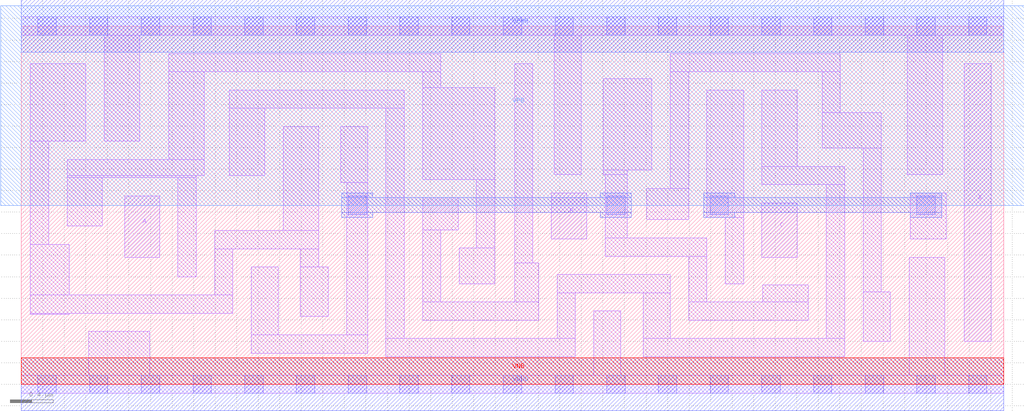
<source format=lef>
# Copyright 2020 The SkyWater PDK Authors
#
# Licensed under the Apache License, Version 2.0 (the "License");
# you may not use this file except in compliance with the License.
# You may obtain a copy of the License at
#
#     https://www.apache.org/licenses/LICENSE-2.0
#
# Unless required by applicable law or agreed to in writing, software
# distributed under the License is distributed on an "AS IS" BASIS,
# WITHOUT WARRANTIES OR CONDITIONS OF ANY KIND, either express or implied.
# See the License for the specific language governing permissions and
# limitations under the License.
#
# SPDX-License-Identifier: Apache-2.0

VERSION 5.7 ;
  NOWIREEXTENSIONATPIN ON ;
  DIVIDERCHAR "/" ;
  BUSBITCHARS "[]" ;
MACRO sky130_fd_sc_ms__xor3_1
  CLASS CORE ;
  FOREIGN sky130_fd_sc_ms__xor3_1 ;
  ORIGIN  0.000000  0.000000 ;
  SIZE  9.120000 BY  3.330000 ;
  SYMMETRY X Y ;
  SITE unit ;
  PIN A
    ANTENNAGATEAREA  0.276000 ;
    DIRECTION INPUT ;
    USE SIGNAL ;
    PORT
      LAYER li1 ;
        RECT 0.960000 1.180000 1.285000 1.750000 ;
    END
  END A
  PIN B
    ANTENNAGATEAREA  0.771000 ;
    DIRECTION INPUT ;
    USE SIGNAL ;
    PORT
      LAYER li1 ;
        RECT 4.920000 1.350000 5.250000 1.780000 ;
    END
  END B
  PIN C
    ANTENNAGATEAREA  0.425400 ;
    DIRECTION INPUT ;
    USE SIGNAL ;
    PORT
      LAYER li1 ;
        RECT 6.875000 1.180000 7.205000 1.685000 ;
    END
  END C
  PIN X
    ANTENNADIFFAREA  0.524500 ;
    DIRECTION OUTPUT ;
    USE SIGNAL ;
    PORT
      LAYER li1 ;
        RECT 8.755000 0.400000 9.005000 2.980000 ;
    END
  END X
  PIN VGND
    DIRECTION INOUT ;
    USE GROUND ;
    PORT
      LAYER met1 ;
        RECT 0.000000 -0.245000 9.120000 0.245000 ;
    END
  END VGND
  PIN VNB
    DIRECTION INOUT ;
    USE GROUND ;
    PORT
      LAYER pwell ;
        RECT 0.000000 0.000000 9.120000 0.245000 ;
    END
  END VNB
  PIN VPB
    DIRECTION INOUT ;
    USE POWER ;
    PORT
      LAYER nwell ;
        RECT -0.190000 1.660000 9.310000 3.520000 ;
    END
  END VPB
  PIN VPWR
    DIRECTION INOUT ;
    USE POWER ;
    PORT
      LAYER met1 ;
        RECT 0.000000 3.085000 9.120000 3.575000 ;
    END
  END VPWR
  OBS
    LAYER li1 ;
      RECT 0.000000 -0.085000 9.120000 0.085000 ;
      RECT 0.000000  3.245000 9.120000 3.415000 ;
      RECT 0.085000  0.650000 0.445000 0.660000 ;
      RECT 0.085000  0.660000 1.965000 0.830000 ;
      RECT 0.085000  0.830000 0.445000 1.300000 ;
      RECT 0.085000  1.300000 0.255000 2.260000 ;
      RECT 0.085000  2.260000 0.600000 2.980000 ;
      RECT 0.425000  1.470000 0.750000 1.920000 ;
      RECT 0.425000  1.920000 1.625000 1.940000 ;
      RECT 0.425000  1.940000 1.700000 2.090000 ;
      RECT 0.625000  0.085000 1.195000 0.490000 ;
      RECT 0.770000  2.260000 1.100000 3.245000 ;
      RECT 1.370000  2.090000 1.700000 2.905000 ;
      RECT 1.370000  2.905000 3.895000 3.075000 ;
      RECT 1.455000  1.000000 1.625000 1.920000 ;
      RECT 1.795000  0.830000 1.965000 1.260000 ;
      RECT 1.795000  1.260000 2.760000 1.430000 ;
      RECT 1.930000  1.940000 2.260000 2.565000 ;
      RECT 1.930000  2.565000 3.555000 2.735000 ;
      RECT 2.135000  0.290000 3.215000 0.460000 ;
      RECT 2.135000  0.460000 2.385000 1.090000 ;
      RECT 2.430000  1.430000 2.760000 2.395000 ;
      RECT 2.590000  0.630000 2.850000 1.090000 ;
      RECT 2.590000  1.090000 2.760000 1.260000 ;
      RECT 2.965000  1.875000 3.215000 2.395000 ;
      RECT 3.020000  0.460000 3.215000 1.875000 ;
      RECT 3.385000  0.255000 5.145000 0.425000 ;
      RECT 3.385000  0.425000 3.555000 2.565000 ;
      RECT 3.725000  0.595000 4.805000 0.765000 ;
      RECT 3.725000  0.765000 3.895000 1.435000 ;
      RECT 3.725000  1.435000 4.055000 1.735000 ;
      RECT 3.725000  1.905000 4.395000 2.755000 ;
      RECT 3.725000  2.755000 3.895000 2.905000 ;
      RECT 4.065000  0.935000 4.395000 1.265000 ;
      RECT 4.225000  1.265000 4.395000 1.905000 ;
      RECT 4.580000  0.765000 4.805000 1.130000 ;
      RECT 4.580000  1.130000 4.750000 2.980000 ;
      RECT 4.950000  1.950000 5.200000 3.245000 ;
      RECT 4.975000  0.425000 5.145000 0.850000 ;
      RECT 4.975000  0.850000 6.025000 1.020000 ;
      RECT 5.315000  0.085000 5.565000 0.680000 ;
      RECT 5.405000  1.950000 5.625000 1.990000 ;
      RECT 5.405000  1.990000 5.855000 2.840000 ;
      RECT 5.420000  1.190000 6.365000 1.360000 ;
      RECT 5.420000  1.360000 5.625000 1.950000 ;
      RECT 5.775000  0.255000 7.645000 0.425000 ;
      RECT 5.775000  0.425000 6.025000 0.850000 ;
      RECT 5.805000  1.530000 6.195000 1.820000 ;
      RECT 6.025000  1.820000 6.195000 2.905000 ;
      RECT 6.025000  2.905000 7.605000 3.075000 ;
      RECT 6.195000  0.595000 7.305000 0.765000 ;
      RECT 6.195000  0.765000 6.365000 1.190000 ;
      RECT 6.365000  1.550000 6.705000 2.735000 ;
      RECT 6.535000  0.935000 6.705000 1.550000 ;
      RECT 6.875000  1.855000 7.645000 2.025000 ;
      RECT 6.875000  2.025000 7.205000 2.735000 ;
      RECT 6.885000  0.765000 7.305000 0.925000 ;
      RECT 7.435000  2.195000 7.985000 2.525000 ;
      RECT 7.435000  2.525000 7.605000 2.905000 ;
      RECT 7.475000  0.425000 7.645000 1.855000 ;
      RECT 7.815000  0.400000 8.065000 0.860000 ;
      RECT 7.815000  0.860000 7.985000 2.195000 ;
      RECT 8.225000  1.950000 8.555000 3.245000 ;
      RECT 8.245000  0.085000 8.575000 1.180000 ;
      RECT 8.255000  1.350000 8.585000 1.780000 ;
    LAYER mcon ;
      RECT 0.155000 -0.085000 0.325000 0.085000 ;
      RECT 0.155000  3.245000 0.325000 3.415000 ;
      RECT 0.635000 -0.085000 0.805000 0.085000 ;
      RECT 0.635000  3.245000 0.805000 3.415000 ;
      RECT 1.115000 -0.085000 1.285000 0.085000 ;
      RECT 1.115000  3.245000 1.285000 3.415000 ;
      RECT 1.595000 -0.085000 1.765000 0.085000 ;
      RECT 1.595000  3.245000 1.765000 3.415000 ;
      RECT 2.075000 -0.085000 2.245000 0.085000 ;
      RECT 2.075000  3.245000 2.245000 3.415000 ;
      RECT 2.555000 -0.085000 2.725000 0.085000 ;
      RECT 2.555000  3.245000 2.725000 3.415000 ;
      RECT 3.035000 -0.085000 3.205000 0.085000 ;
      RECT 3.035000  1.580000 3.205000 1.750000 ;
      RECT 3.035000  3.245000 3.205000 3.415000 ;
      RECT 3.515000 -0.085000 3.685000 0.085000 ;
      RECT 3.515000  3.245000 3.685000 3.415000 ;
      RECT 3.995000 -0.085000 4.165000 0.085000 ;
      RECT 3.995000  3.245000 4.165000 3.415000 ;
      RECT 4.475000 -0.085000 4.645000 0.085000 ;
      RECT 4.475000  3.245000 4.645000 3.415000 ;
      RECT 4.955000 -0.085000 5.125000 0.085000 ;
      RECT 4.955000  3.245000 5.125000 3.415000 ;
      RECT 5.435000 -0.085000 5.605000 0.085000 ;
      RECT 5.435000  1.580000 5.605000 1.750000 ;
      RECT 5.435000  3.245000 5.605000 3.415000 ;
      RECT 5.915000 -0.085000 6.085000 0.085000 ;
      RECT 5.915000  3.245000 6.085000 3.415000 ;
      RECT 6.395000 -0.085000 6.565000 0.085000 ;
      RECT 6.395000  1.580000 6.565000 1.750000 ;
      RECT 6.395000  3.245000 6.565000 3.415000 ;
      RECT 6.875000 -0.085000 7.045000 0.085000 ;
      RECT 6.875000  3.245000 7.045000 3.415000 ;
      RECT 7.355000 -0.085000 7.525000 0.085000 ;
      RECT 7.355000  3.245000 7.525000 3.415000 ;
      RECT 7.835000 -0.085000 8.005000 0.085000 ;
      RECT 7.835000  3.245000 8.005000 3.415000 ;
      RECT 8.315000 -0.085000 8.485000 0.085000 ;
      RECT 8.315000  1.580000 8.485000 1.750000 ;
      RECT 8.315000  3.245000 8.485000 3.415000 ;
      RECT 8.795000 -0.085000 8.965000 0.085000 ;
      RECT 8.795000  3.245000 8.965000 3.415000 ;
    LAYER met1 ;
      RECT 2.975000 1.550000 3.265000 1.595000 ;
      RECT 2.975000 1.595000 5.665000 1.735000 ;
      RECT 2.975000 1.735000 3.265000 1.780000 ;
      RECT 5.375000 1.550000 5.665000 1.595000 ;
      RECT 5.375000 1.735000 5.665000 1.780000 ;
      RECT 6.335000 1.550000 6.625000 1.595000 ;
      RECT 6.335000 1.595000 8.545000 1.735000 ;
      RECT 6.335000 1.735000 6.625000 1.780000 ;
      RECT 8.255000 1.550000 8.545000 1.595000 ;
      RECT 8.255000 1.735000 8.545000 1.780000 ;
  END
END sky130_fd_sc_ms__xor3_1
END LIBRARY

</source>
